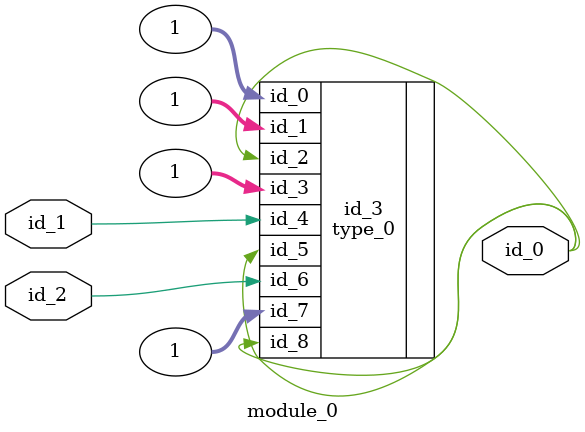
<source format=v>
module module_0 (
    output id_0,
    input  id_1,
    input  id_2
);
  type_0 id_3 (
      .id_0(1),
      .id_1(1),
      .id_2(id_0),
      .id_3(1),
      .id_4(id_1),
      .id_5(id_0),
      .id_6(id_2['d0]),
      .id_7(1),
      .id_8(id_0)
  );
endmodule

</source>
